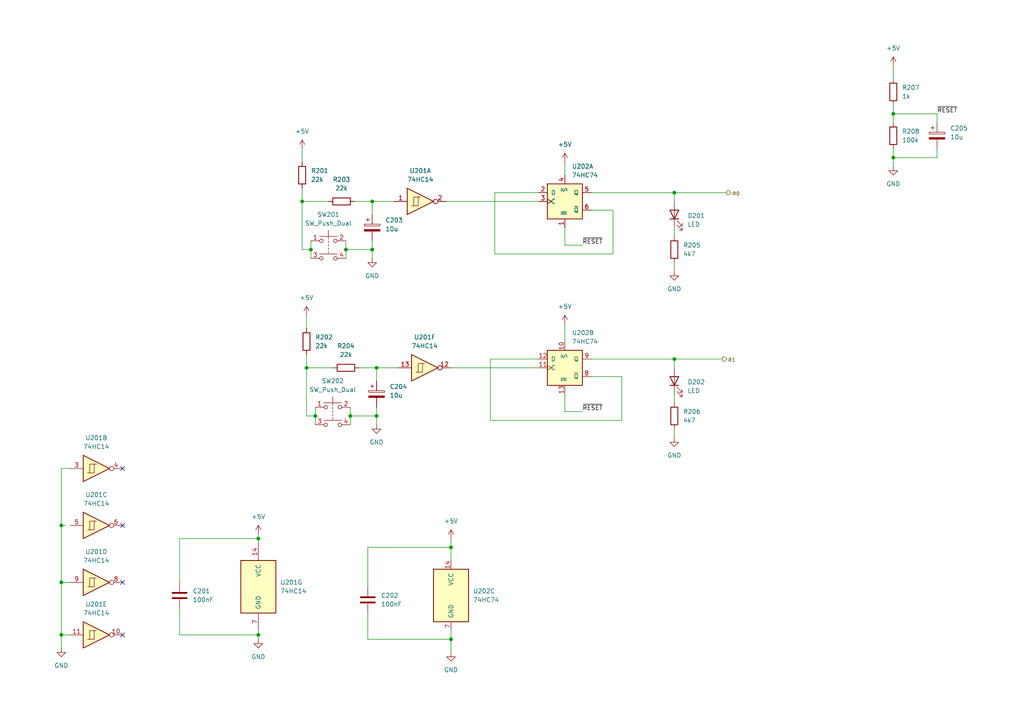
<source format=kicad_sch>
(kicad_sch (version 20211123) (generator eeschema)
  (paper "A4")
  (lib_symbols
    (symbol "74xx:74HC14" (pin_names (offset 1.016))
      (property "Reference" "U" (at 0 1.27 0))
      (property "Value" "74HC14" (at 0 -1.27 0))
      (symbol "74HC14_1_0"
        (polyline (pts (xy -3.81 3.81) (xy -3.81 -3.81) (xy 3.81 0) (xy -3.81 3.81)) (stroke (width 0.254)) (fill (type background)))
        (pin input line (at -7.62 0 0) (length 3.81) (name "~") (number "1"))
        (pin output inverted (at 7.62 0 180) (length 3.81) (name "~") (number "2"))
      )
      (symbol "74HC14_1_1"
        (polyline (pts (xy -1.905 -1.27) (xy -1.905 1.27) (xy -0.635 1.27)))
        (polyline (pts (xy -2.54 -1.27) (xy -0.635 -1.27) (xy -0.635 1.27) (xy 0 1.27)))
      )
      (symbol "74HC14_2_0"
        (polyline (pts (xy -3.81 3.81) (xy -3.81 -3.81) (xy 3.81 0) (xy -3.81 3.81)) (stroke (width 0.254)) (fill (type background)))
        (pin input line (at -7.62 0 0) (length 3.81) (name "~") (number "3"))
        (pin output inverted (at 7.62 0 180) (length 3.81) (name "~") (number "4"))
      )
      (symbol "74HC14_2_1"
        (polyline (pts (xy -1.905 -1.27) (xy -1.905 1.27) (xy -0.635 1.27)))
        (polyline (pts (xy -2.54 -1.27) (xy -0.635 -1.27) (xy -0.635 1.27) (xy 0 1.27)))
      )
      (symbol "74HC14_3_0"
        (polyline (pts (xy -3.81 3.81) (xy -3.81 -3.81) (xy 3.81 0) (xy -3.81 3.81)) (stroke (width 0.254)) (fill (type background)))
        (pin input line (at -7.62 0 0) (length 3.81) (name "~") (number "5"))
        (pin output inverted (at 7.62 0 180) (length 3.81) (name "~") (number "6"))
      )
      (symbol "74HC14_3_1"
        (polyline (pts (xy -1.905 -1.27) (xy -1.905 1.27) (xy -0.635 1.27)))
        (polyline (pts (xy -2.54 -1.27) (xy -0.635 -1.27) (xy -0.635 1.27) (xy 0 1.27)))
      )
      (symbol "74HC14_4_0"
        (polyline (pts (xy -3.81 3.81) (xy -3.81 -3.81) (xy 3.81 0) (xy -3.81 3.81)) (stroke (width 0.254)) (fill (type background)))
        (pin output inverted (at 7.62 0 180) (length 3.81) (name "~") (number "8"))
        (pin input line (at -7.62 0 0) (length 3.81) (name "~") (number "9"))
      )
      (symbol "74HC14_4_1"
        (polyline (pts (xy -1.905 -1.27) (xy -1.905 1.27) (xy -0.635 1.27)))
        (polyline (pts (xy -2.54 -1.27) (xy -0.635 -1.27) (xy -0.635 1.27) (xy 0 1.27)))
      )
      (symbol "74HC14_5_0"
        (polyline (pts (xy -3.81 3.81) (xy -3.81 -3.81) (xy 3.81 0) (xy -3.81 3.81)) (stroke (width 0.254)) (fill (type background)))
        (pin output inverted (at 7.62 0 180) (length 3.81) (name "~") (number "10"))
        (pin input line (at -7.62 0 0) (length 3.81) (name "~") (number "11"))
      )
      (symbol "74HC14_5_1"
        (polyline (pts (xy -1.905 -1.27) (xy -1.905 1.27) (xy -0.635 1.27)))
        (polyline (pts (xy -2.54 -1.27) (xy -0.635 -1.27) (xy -0.635 1.27) (xy 0 1.27)))
      )
      (symbol "74HC14_6_0"
        (polyline (pts (xy -3.81 3.81) (xy -3.81 -3.81) (xy 3.81 0) (xy -3.81 3.81)) (stroke (width 0.254)) (fill (type background)))
        (pin output inverted (at 7.62 0 180) (length 3.81) (name "~") (number "12"))
        (pin input line (at -7.62 0 0) (length 3.81) (name "~") (number "13"))
      )
      (symbol "74HC14_6_1"
        (polyline (pts (xy -1.905 -1.27) (xy -1.905 1.27) (xy -0.635 1.27)))
        (polyline (pts (xy -2.54 -1.27) (xy -0.635 -1.27) (xy -0.635 1.27) (xy 0 1.27)))
      )
      (symbol "74HC14_7_0"
        (pin power_in line (at 0 12.7 270) (length 5.08) (name "VCC") (number "14"))
        (pin power_in line (at 0 -12.7 90) (length 5.08) (name "GND") (number "7"))
      )
      (symbol "74HC14_7_1"
        (rectangle (start -5.08 7.62) (end 5.08 -7.62) (stroke (width 0.254)) (fill (type background)))
      )
    )
    (symbol "74xx:74HC74" (pin_names (offset 1.016))
      (property "Reference" "U" (at -7.62 8.89 0))
      (property "Value" "74HC74" (at -7.62 -8.89 0))
      (symbol "74HC74_1_0"
        (pin input line (at 0 -7.62 90) (length 2.54) (name "~{R}") (number "1"))
        (pin input line (at -7.62 2.54 0) (length 2.54) (name "D") (number "2"))
        (pin input clock (at -7.62 0 0) (length 2.54) (name "C") (number "3"))
        (pin input line (at 0 7.62 270) (length 2.54) (name "~{S}") (number "4"))
        (pin output line (at 7.62 2.54 180) (length 2.54) (name "Q") (number "5"))
        (pin output line (at 7.62 -2.54 180) (length 2.54) (name "~{Q}") (number "6"))
      )
      (symbol "74HC74_1_1"
        (rectangle (start -5.08 5.08) (end 5.08 -5.08) (stroke (width 0.254)) (fill (type background)))
      )
      (symbol "74HC74_2_0"
        (pin input line (at 0 7.62 270) (length 2.54) (name "~{S}") (number "10"))
        (pin input clock (at -7.62 0 0) (length 2.54) (name "C") (number "11"))
        (pin input line (at -7.62 2.54 0) (length 2.54) (name "D") (number "12"))
        (pin input line (at 0 -7.62 90) (length 2.54) (name "~{R}") (number "13"))
        (pin output line (at 7.62 -2.54 180) (length 2.54) (name "~{Q}") (number "8"))
        (pin output line (at 7.62 2.54 180) (length 2.54) (name "Q") (number "9"))
      )
      (symbol "74HC74_2_1"
        (rectangle (start -5.08 5.08) (end 5.08 -5.08) (stroke (width 0.254)) (fill (type background)))
      )
      (symbol "74HC74_3_0"
        (pin power_in line (at 0 10.16 270) (length 2.54) (name "VCC") (number "14"))
        (pin power_in line (at 0 -10.16 90) (length 2.54) (name "GND") (number "7"))
      )
      (symbol "74HC74_3_1"
        (rectangle (start -5.08 7.62) (end 5.08 -7.62) (stroke (width 0.254)) (fill (type background)))
      )
    )
    (symbol "Device:C" (pin_numbers hide) (pin_names (offset 0.254))
      (property "Reference" "C" (at 0.635 2.54 0))
      (property "Value" "C" (at 0.635 -2.54 0))
      (symbol "C_0_1"
        (polyline (pts (xy -2.032 -0.762) (xy 2.032 -0.762)) (stroke (width 0.508)))
        (polyline (pts (xy -2.032 0.762) (xy 2.032 0.762)) (stroke (width 0.508)))
      )
      (symbol "C_1_1"
        (pin passive line (at 0 3.81 270) (length 2.794) (name "~") (number "1"))
        (pin passive line (at 0 -3.81 90) (length 2.794) (name "~") (number "2"))
      )
    )
    (symbol "Device:C_Polarized" (pin_numbers hide) (pin_names (offset 0.254))
      (property "Reference" "C" (at 0.635 2.54 0))
      (property "Value" "C_Polarized" (at 0.635 -2.54 0))
      (symbol "C_Polarized_0_1"
        (rectangle (start -2.286 0.508) (end 2.286 1.016))
        (polyline (pts (xy -1.778 2.286) (xy -0.762 2.286)))
        (polyline (pts (xy -1.27 2.794) (xy -1.27 1.778)))
        (rectangle (start 2.286 -0.508) (end -2.286 -1.016) (fill (type outline)))
      )
      (symbol "C_Polarized_1_1"
        (pin passive line (at 0 3.81 270) (length 2.794) (name "~") (number "1"))
        (pin passive line (at 0 -3.81 90) (length 2.794) (name "~") (number "2"))
      )
    )
    (symbol "Device:LED" (pin_numbers hide) (pin_names (offset 1.016) hide)
      (property "Reference" "D" (at 0 2.54 0))
      (property "Value" "LED" (at 0 -2.54 0))
      (symbol "LED_0_1"
        (polyline (pts (xy -1.27 -1.27) (xy -1.27 1.27)) (stroke (width 0.254)))
        (polyline (pts (xy -1.27 0) (xy 1.27 0)))
        (polyline (pts (xy 1.27 -1.27) (xy 1.27 1.27) (xy -1.27 0) (xy 1.27 -1.27)) (stroke (width 0.254)))
        (polyline (pts (xy -3.048 -0.762) (xy -4.572 -2.286) (xy -3.81 -2.286) (xy -4.572 -2.286) (xy -4.572 -1.524)))
        (polyline (pts (xy -1.778 -0.762) (xy -3.302 -2.286) (xy -2.54 -2.286) (xy -3.302 -2.286) (xy -3.302 -1.524)))
      )
      (symbol "LED_1_1"
        (pin passive line (at -3.81 0 0) (length 2.54) (name "K") (number "1"))
        (pin passive line (at 3.81 0 180) (length 2.54) (name "A") (number "2"))
      )
    )
    (symbol "Device:R" (pin_numbers hide) (pin_names (offset 0))
      (property "Reference" "R" (at 2.032 0 90))
      (property "Value" "R" (at 0 0 90))
      (symbol "R_0_1"
        (rectangle (start -1.016 -2.54) (end 1.016 2.54) (stroke (width 0.254)))
      )
      (symbol "R_1_1"
        (pin passive line (at 0 3.81 270) (length 1.27) (name "~") (number "1"))
        (pin passive line (at 0 -3.81 90) (length 1.27) (name "~") (number "2"))
      )
    )
    (symbol "Switch:SW_Push_Dual" (pin_names (offset 1.016) hide)
      (property "Reference" "SW" (at 1.27 2.54 0))
      (property "Value" "SW_Push_Dual" (at 0 -6.858 0))
      (symbol "SW_Push_Dual_0_1"
        (circle (center -2.032 -5.08) (radius 0.508))
        (circle (center -2.032 0) (radius 0.508))
        (polyline (pts (xy 0 -3.048) (xy 0 -3.556)))
        (polyline (pts (xy 0 -2.032) (xy 0 -2.54)))
        (polyline (pts (xy 0 -1.524) (xy 0 -1.016)))
        (polyline (pts (xy 0 -0.508) (xy 0 0)))
        (polyline (pts (xy 0 0.508) (xy 0 1.016)))
        (polyline (pts (xy 0 1.27) (xy 0 3.048)))
        (polyline (pts (xy 2.54 -3.81) (xy -2.54 -3.81)))
        (polyline (pts (xy 2.54 1.27) (xy -2.54 1.27)))
        (circle (center 2.032 -5.08) (radius 0.508))
        (circle (center 2.032 0) (radius 0.508))
        (pin passive line (at -5.08 0 0) (length 2.54) (name "1") (number "1"))
        (pin passive line (at 5.08 0 180) (length 2.54) (name "2") (number "2"))
        (pin passive line (at -5.08 -5.08 0) (length 2.54) (name "3") (number "3"))
        (pin passive line (at 5.08 -5.08 180) (length 2.54) (name "4") (number "4"))
      )
    )
    (symbol "power:+5V" (power) (pin_names (offset 0))
      (property "Value" "+5V" (at 0 3.556 0))
      (symbol "+5V_0_1"
        (polyline (pts (xy -0.762 1.27) (xy 0 2.54)))
        (polyline (pts (xy 0 0) (xy 0 2.54)))
        (polyline (pts (xy 0 2.54) (xy 0.762 1.27)))
      )
      (symbol "+5V_1_1"
        (pin power_in line (at 0 0 90) (length 0) hide (name "+5V") (number "1"))
      )
    )
    (symbol "power:GND" (power) (pin_names (offset 0))
      (property "Value" "GND" (at 0 -3.81 0))
      (symbol "GND_0_1"
        (polyline (pts (xy 0 0) (xy 0 -1.27) (xy 1.27 -1.27) (xy 0 -2.54) (xy -1.27 -1.27) (xy 0 -1.27)))
      )
      (symbol "GND_1_1"
        (pin power_in line (at 0 0 270) (length 0) hide (name "GND") (number "1"))
      )
    )
  )
  (junction (at 195.58 55.88))
  (junction (at 100.33 72.39))
  (junction (at 74.93 156.21))
  (junction (at 195.58 104.14))
  (junction (at 17.78 152.4))
  (junction (at 109.22 120.65))
  (junction (at 17.78 168.91))
  (junction (at 109.22 106.68))
  (junction (at 87.63 58.42))
  (junction (at 259.08 33.02))
  (junction (at 130.81 158.75))
  (junction (at 88.9 106.68))
  (junction (at 107.95 58.42))
  (junction (at 74.93 184.15))
  (junction (at 17.78 184.15))
  (junction (at 90.17 72.39))
  (junction (at 101.6 120.65))
  (junction (at 107.95 72.39))
  (junction (at 130.81 185.42))
  (junction (at 259.08 45.72))
  (junction (at 91.44 120.65))
  (no_connect (at 35.56 135.89))
  (no_connect (at 35.56 184.15))
  (no_connect (at 35.56 168.91))
  (no_connect (at 35.56 152.4))
  (wire (pts (xy 129.54 58.42) (xy 156.21 58.42)))
  (wire (pts (xy 74.93 154.94) (xy 74.93 156.21)))
  (wire (pts (xy 195.58 104.14) (xy 195.58 106.68)))
  (wire (pts (xy 142.24 104.14) (xy 142.24 121.92)))
  (wire (pts (xy 259.08 45.72) (xy 271.78 45.72)))
  (wire (pts (xy 17.78 152.4) (xy 19.05 152.4)))
  (wire (pts (xy 88.9 102.87) (xy 88.9 106.68)))
  (wire (pts (xy 17.78 184.15) (xy 17.78 168.91)))
  (wire (pts (xy 130.81 182.88) (xy 130.81 185.42)))
  (wire (pts (xy 107.95 58.42) (xy 114.3 58.42)))
  (wire (pts (xy 88.9 106.68) (xy 96.52 106.68)))
  (wire (pts (xy 168.91 119.38) (xy 163.83 119.38)))
  (wire (pts (xy 259.08 33.02) (xy 259.08 35.56)))
  (wire (pts (xy 90.17 69.85) (xy 90.17 72.39)))
  (wire (pts (xy 163.83 71.12) (xy 168.91 71.12)))
  (wire (pts (xy 195.58 124.46) (xy 195.58 127)))
  (wire (pts (xy 271.78 33.02) (xy 271.78 35.56)))
  (wire (pts (xy 106.68 177.8) (xy 106.68 185.42)))
  (wire (pts (xy 177.8 73.66) (xy 177.8 60.96)))
  (wire (pts (xy 171.45 104.14) (xy 195.58 104.14)))
  (wire (pts (xy 17.78 152.4) (xy 17.78 135.89)))
  (wire (pts (xy 195.58 114.3) (xy 195.58 116.84)))
  (wire (pts (xy 87.63 54.61) (xy 87.63 58.42)))
  (wire (pts (xy 130.81 106.68) (xy 156.21 106.68)))
  (wire (pts (xy 195.58 55.88) (xy 210.82 55.88)))
  (wire (pts (xy 109.22 106.68) (xy 115.57 106.68)))
  (wire (pts (xy 17.78 168.91) (xy 20.32 168.91)))
  (wire (pts (xy 195.58 55.88) (xy 195.58 58.42)))
  (wire (pts (xy 17.78 184.15) (xy 20.32 184.15)))
  (wire (pts (xy 259.08 30.48) (xy 259.08 33.02)))
  (wire (pts (xy 52.07 176.53) (xy 52.07 184.15)))
  (wire (pts (xy 195.58 66.04) (xy 195.58 68.58)))
  (wire (pts (xy 104.14 106.68) (xy 109.22 106.68)))
  (wire (pts (xy 17.78 135.89) (xy 20.32 135.89)))
  (wire (pts (xy 163.83 66.04) (xy 163.83 71.12)))
  (wire (pts (xy 106.68 158.75) (xy 130.81 158.75)))
  (wire (pts (xy 74.93 184.15) (xy 74.93 185.42)))
  (wire (pts (xy 109.22 118.11) (xy 109.22 120.65)))
  (wire (pts (xy 74.93 156.21) (xy 74.93 157.48)))
  (wire (pts (xy 109.22 106.68) (xy 109.22 110.49)))
  (wire (pts (xy 87.63 58.42) (xy 95.25 58.42)))
  (wire (pts (xy 259.08 43.18) (xy 259.08 45.72)))
  (wire (pts (xy 107.95 72.39) (xy 107.95 74.93)))
  (wire (pts (xy 130.81 156.21) (xy 130.81 158.75)))
  (wire (pts (xy 90.17 72.39) (xy 90.17 74.93)))
  (wire (pts (xy 102.87 58.42) (xy 107.95 58.42)))
  (wire (pts (xy 52.07 184.15) (xy 74.93 184.15)))
  (wire (pts (xy 87.63 72.39) (xy 90.17 72.39)))
  (wire (pts (xy 163.83 46.99) (xy 163.83 50.8)))
  (wire (pts (xy 91.44 118.11) (xy 91.44 120.65)))
  (wire (pts (xy 195.58 104.14) (xy 209.55 104.14)))
  (wire (pts (xy 88.9 91.44) (xy 88.9 95.25)))
  (wire (pts (xy 91.44 120.65) (xy 91.44 123.19)))
  (wire (pts (xy 259.08 45.72) (xy 259.08 48.26)))
  (wire (pts (xy 143.51 55.88) (xy 143.51 73.66)))
  (wire (pts (xy 130.81 158.75) (xy 130.81 162.56)))
  (wire (pts (xy 106.68 185.42) (xy 130.81 185.42)))
  (wire (pts (xy 259.08 33.02) (xy 271.78 33.02)))
  (wire (pts (xy 74.93 184.15) (xy 74.93 182.88)))
  (wire (pts (xy 88.9 120.65) (xy 91.44 120.65)))
  (wire (pts (xy 195.58 76.2) (xy 195.58 78.74)))
  (wire (pts (xy 259.08 19.05) (xy 259.08 22.86)))
  (wire (pts (xy 271.78 45.72) (xy 271.78 43.18)))
  (wire (pts (xy 163.83 93.98) (xy 163.83 99.06)))
  (wire (pts (xy 107.95 69.85) (xy 107.95 72.39)))
  (wire (pts (xy 130.81 185.42) (xy 130.81 189.23)))
  (wire (pts (xy 106.68 170.18) (xy 106.68 158.75)))
  (wire (pts (xy 107.95 58.42) (xy 107.95 62.23)))
  (wire (pts (xy 177.8 60.96) (xy 171.45 60.96)))
  (wire (pts (xy 100.33 72.39) (xy 107.95 72.39)))
  (wire (pts (xy 101.6 120.65) (xy 109.22 120.65)))
  (wire (pts (xy 52.07 156.21) (xy 52.07 168.91)))
  (wire (pts (xy 171.45 55.88) (xy 195.58 55.88)))
  (wire (pts (xy 100.33 69.85) (xy 100.33 72.39)))
  (wire (pts (xy 100.33 72.39) (xy 100.33 74.93)))
  (wire (pts (xy 156.21 55.88) (xy 143.51 55.88)))
  (wire (pts (xy 142.24 121.92) (xy 180.34 121.92)))
  (wire (pts (xy 180.34 121.92) (xy 180.34 109.22)))
  (wire (pts (xy 143.51 73.66) (xy 177.8 73.66)))
  (wire (pts (xy 87.63 43.18) (xy 87.63 46.99)))
  (wire (pts (xy 101.6 120.65) (xy 101.6 123.19)))
  (wire (pts (xy 17.78 168.91) (xy 17.78 152.4)))
  (wire (pts (xy 156.21 104.14) (xy 142.24 104.14)))
  (wire (pts (xy 74.93 156.21) (xy 52.07 156.21)))
  (wire (pts (xy 88.9 106.68) (xy 88.9 120.65)))
  (wire (pts (xy 109.22 120.65) (xy 109.22 123.19)))
  (wire (pts (xy 163.83 119.38) (xy 163.83 114.3)))
  (wire (pts (xy 180.34 109.22) (xy 171.45 109.22)))
  (wire (pts (xy 87.63 58.42) (xy 87.63 72.39)))
  (wire (pts (xy 17.78 187.96) (xy 17.78 184.15)))
  (wire (pts (xy 101.6 118.11) (xy 101.6 120.65)))
  (label "~{RESET}" (at 271.78 33.02 0))
  (label "~{RESET}" (at 168.91 119.38 0))
  (label "~{RESET}" (at 168.91 71.12 0))
  (hierarchical_label "a_{0}" (shape output) (at 210.82 55.88 0))
  (hierarchical_label "a_{1}" (shape output) (at 209.55 104.14 0))
  (symbol (lib_id "power:GND") (at 74.93 185.42 0) (unit 1)
    (property "Reference" "#PWR0203" (effects hide))
    (property "Value" "GND" (at 74.93 190.5 0))
  )
  (symbol (lib_id "Device:C") (at 106.68 173.99 180) (unit 1)
    (property "Reference" "C202" (at 110.49 172.7199 0) (effects (justify right)))
    (property "Value" "100nF" (at 110.49 175.2599 0) (effects (justify right)))
    (property "Footprint" "Capacitor_THT:C_Disc_D5.0mm_W2.5mm_P5.00mm" (effects hide))
  )
  (symbol (lib_id "74xx:74HC14") (at 74.93 170.18 0) (unit 7)
    (property "Reference" "U201" (at 81.28 168.9099 0) (effects (justify left)))
    (property "Value" "74HC14" (at 81.28 171.4499 0) (effects (justify left)))
    (property "Datasheet" "http://www.ti.com/lit/gpn/sn74HC14" (effects hide))
  )
  (symbol (lib_id "Device:C_Polarized") (at 271.78 39.37 0) (unit 1)
    (property "Reference" "C205" (at 275.59 37.2109 0) (effects (justify left)))
    (property "Value" "10u" (at 275.59 39.7509 0) (effects (justify left)))
  )
  (symbol (lib_id "power:+5V") (at 87.63 43.18 0) (unit 1)
    (property "Reference" "#PWR0204" (effects hide))
    (property "Value" "+5V" (at 87.63 38.1 0))
  )
  (symbol (lib_id "Device:R") (at 195.58 120.65 0) (unit 1)
    (property "Reference" "R206" (at 198.12 119.3799 0) (effects (justify left)))
    (property "Value" "4k7" (at 198.12 121.9199 0) (effects (justify left)))
    (property "Footprint" "Resistor_THT:R_Axial_DIN0207_L6.3mm_D2.5mm_P7.62mm_Horizontal" (effects hide))
  )
  (symbol (lib_id "74xx:74HC14") (at 121.92 58.42 0) (unit 1)
    (property "Reference" "U201" (at 121.92 49.53 0))
    (property "Value" "74HC14" (at 121.92 52.07 0))
    (property "Footprint" "Package_DIP:DIP-14_W7.62mm_Socket" (effects hide))
    (property "Datasheet" "http://www.ti.com/lit/gpn/sn74HC14" (effects hide))
  )
  (symbol (lib_id "power:GND") (at 109.22 123.19 0) (unit 1)
    (property "Reference" "#PWR0207" (effects hide))
    (property "Value" "GND" (at 109.22 128.27 0))
  )
  (symbol (lib_id "74xx:74HC74") (at 163.83 106.68 0) (unit 2)
    (property "Reference" "U202" (at 165.8494 96.52 0) (effects (justify left)))
    (property "Value" "74HC74" (at 165.8494 99.06 0) (effects (justify left)))
    (property "Footprint" "Package_DIP:DIP-14_W7.62mm_Socket" (effects hide))
    (property "Datasheet" "74xx/74hc_hct74.pdf" (effects hide))
  )
  (symbol (lib_id "power:+5V") (at 88.9 91.44 0) (unit 1)
    (property "Reference" "#PWR0205" (effects hide))
    (property "Value" "+5V" (at 88.9 86.36 0))
  )
  (symbol (lib_id "power:GND") (at 130.81 189.23 0) (unit 1)
    (property "Reference" "#PWR0209" (effects hide))
    (property "Value" "GND" (at 130.81 194.31 0))
  )
  (symbol (lib_id "power:+5V") (at 163.83 93.98 0) (unit 1)
    (property "Reference" "#PWR0211" (effects hide))
    (property "Value" "+5V" (at 163.83 88.9 0))
  )
  (symbol (lib_id "Switch:SW_Push_Dual") (at 95.25 69.85 0) (unit 1)
    (property "Reference" "SW201" (at 95.25 62.23 0))
    (property "Value" "SW_Push_Dual" (at 95.25 64.77 0))
    (property "Footprint" "Button_Switch_THT:SW_PUSH_6mm_H4.3mm" (effects hide))
  )
  (symbol (lib_id "74xx:74HC14") (at 27.94 135.89 0) (unit 2)
    (property "Reference" "U201" (at 27.94 127 0))
    (property "Value" "74HC14" (at 27.94 129.54 0))
    (property "Datasheet" "http://www.ti.com/lit/gpn/sn74HC14" (effects hide))
  )
  (symbol (lib_id "Device:R") (at 195.58 72.39 0) (unit 1)
    (property "Reference" "R205" (at 198.12 71.1199 0) (effects (justify left)))
    (property "Value" "4k7" (at 198.12 73.6599 0) (effects (justify left)))
    (property "Footprint" "Resistor_THT:R_Axial_DIN0207_L6.3mm_D2.5mm_P7.62mm_Horizontal" (effects hide))
  )
  (symbol (lib_id "Device:LED") (at 195.58 62.23 90) (unit 1)
    (property "Reference" "D201" (at 199.39 62.5474 90) (effects (justify right)))
    (property "Value" "LED" (at 199.39 65.0874 90) (effects (justify right)))
    (property "Footprint" "LED_THT:LED_D5.0mm" (effects hide))
  )
  (symbol (lib_id "74xx:74HC74") (at 130.81 172.72 0) (unit 3)
    (property "Reference" "U202" (at 137.16 171.4499 0) (effects (justify left)))
    (property "Value" "74HC74" (at 137.16 173.9899 0) (effects (justify left)))
    (property "Footprint" "Package_DIP:DIP-14_W7.62mm_Socket" (effects hide))
    (property "Datasheet" "74xx/74hc_hct74.pdf" (effects hide))
  )
  (symbol (lib_id "power:GND") (at 259.08 48.26 0) (unit 1)
    (property "Reference" "#PWR0215" (effects hide))
    (property "Value" "GND" (at 259.08 53.34 0))
  )
  (symbol (lib_id "Device:R") (at 88.9 99.06 0) (unit 1)
    (property "Reference" "R202" (at 91.44 97.7899 0) (effects (justify left)))
    (property "Value" "22k" (at 91.44 100.3299 0) (effects (justify left)))
    (property "Footprint" "Resistor_THT:R_Axial_DIN0207_L6.3mm_D2.5mm_P7.62mm_Horizontal" (effects hide))
  )
  (symbol (lib_id "power:+5V") (at 130.81 156.21 0) (unit 1)
    (property "Reference" "#PWR0208" (effects hide))
    (property "Value" "+5V" (at 130.81 151.13 0))
  )
  (symbol (lib_id "74xx:74HC74") (at 163.83 58.42 0) (unit 1)
    (property "Reference" "U202" (at 165.8494 48.26 0) (effects (justify left)))
    (property "Value" "74HC74" (at 165.8494 50.8 0) (effects (justify left)))
    (property "Footprint" "Package_DIP:DIP-14_W7.62mm_Socket" (effects hide))
    (property "Datasheet" "74xx/74hc_hct74.pdf" (effects hide))
  )
  (symbol (lib_id "Device:C") (at 52.07 172.72 180) (unit 1)
    (property "Reference" "C201" (at 55.88 171.4499 0) (effects (justify right)))
    (property "Value" "100nF" (at 55.88 173.9899 0) (effects (justify right)))
    (property "Footprint" "Capacitor_THT:C_Disc_D5.0mm_W2.5mm_P5.00mm" (effects hide))
  )
  (symbol (lib_id "Device:R") (at 99.06 58.42 90) (unit 1)
    (property "Reference" "R203" (at 99.06 52.07 90))
    (property "Value" "22k" (at 99.06 54.61 90))
    (property "Footprint" "Resistor_THT:R_Axial_DIN0207_L6.3mm_D2.5mm_P7.62mm_Horizontal" (effects hide))
  )
  (symbol (lib_id "Device:C_Polarized") (at 109.22 114.3 0) (unit 1)
    (property "Reference" "C204" (at 113.03 112.1409 0) (effects (justify left)))
    (property "Value" "10u" (at 113.03 114.6809 0) (effects (justify left)))
    (property "Footprint" "Capacitor_THT:CP_Radial_D4.0mm_P1.50mm" (effects hide))
  )
  (symbol (lib_id "Device:C_Polarized") (at 107.95 66.04 0) (unit 1)
    (property "Reference" "C203" (at 111.76 63.8809 0) (effects (justify left)))
    (property "Value" "10u" (at 111.76 66.4209 0) (effects (justify left)))
    (property "Footprint" "Capacitor_THT:CP_Radial_D4.0mm_P1.50mm" (effects hide))
  )
  (symbol (lib_id "74xx:74HC14") (at 27.94 184.15 0) (unit 5)
    (property "Reference" "U201" (at 27.94 175.26 0))
    (property "Value" "74HC14" (at 27.94 177.8 0))
    (property "Datasheet" "http://www.ti.com/lit/gpn/sn74HC14" (effects hide))
  )
  (symbol (lib_id "Device:R") (at 259.08 39.37 0) (unit 1)
    (property "Reference" "R208" (at 261.62 38.0999 0) (effects (justify left)))
    (property "Value" "100k" (at 261.62 40.6399 0) (effects (justify left)))
    (property "Footprint" "Resistor_THT:R_Axial_DIN0207_L6.3mm_D2.5mm_P7.62mm_Horizontal" (effects hide))
  )
  (symbol (lib_id "Device:R") (at 87.63 50.8 0) (unit 1)
    (property "Reference" "R201" (at 90.17 49.5299 0) (effects (justify left)))
    (property "Value" "22k" (at 90.17 52.0699 0) (effects (justify left)))
    (property "Footprint" "Resistor_THT:R_Axial_DIN0207_L6.3mm_D2.5mm_P7.62mm_Horizontal" (effects hide))
  )
  (symbol (lib_id "74xx:74HC14") (at 123.19 106.68 0) (unit 6)
    (property "Reference" "U201" (at 123.19 97.79 0))
    (property "Value" "74HC14" (at 123.19 100.33 0))
    (property "Datasheet" "http://www.ti.com/lit/gpn/sn74HC14" (effects hide))
  )
  (symbol (lib_id "power:GND") (at 195.58 78.74 0) (unit 1)
    (property "Reference" "#PWR0212" (effects hide))
    (property "Value" "GND" (at 195.58 83.82 0))
  )
  (symbol (lib_id "Device:LED") (at 195.58 110.49 90) (unit 1)
    (property "Reference" "D202" (at 199.39 110.8074 90) (effects (justify right)))
    (property "Value" "LED" (at 199.39 113.3474 90) (effects (justify right)))
    (property "Footprint" "LED_THT:LED_D5.0mm" (effects hide))
  )
  (symbol (lib_id "power:+5V") (at 163.83 46.99 0) (unit 1)
    (property "Reference" "#PWR0210" (effects hide))
    (property "Value" "+5V" (at 163.83 41.91 0))
  )
  (symbol (lib_id "Device:R") (at 100.33 106.68 90) (unit 1)
    (property "Reference" "R204" (at 100.33 100.33 90))
    (property "Value" "22k" (at 100.33 102.87 90))
    (property "Footprint" "Resistor_THT:R_Axial_DIN0207_L6.3mm_D2.5mm_P7.62mm_Horizontal" (effects hide))
  )
  (symbol (lib_id "Switch:SW_Push_Dual") (at 96.52 118.11 0) (unit 1)
    (property "Reference" "SW202" (at 96.52 110.49 0))
    (property "Value" "SW_Push_Dual" (at 96.52 113.03 0))
    (property "Footprint" "Button_Switch_THT:SW_PUSH_6mm_H4.3mm" (effects hide))
  )
  (symbol (lib_id "74xx:74HC14") (at 27.94 152.4 0) (unit 3)
    (property "Reference" "U201" (at 27.94 143.51 0))
    (property "Value" "74HC14" (at 27.94 146.05 0))
    (property "Datasheet" "http://www.ti.com/lit/gpn/sn74HC14" (effects hide))
  )
  (symbol (lib_id "power:+5V") (at 259.08 19.05 0) (unit 1)
    (property "Reference" "#PWR0214" (effects hide))
    (property "Value" "+5V" (at 259.08 13.97 0))
  )
  (symbol (lib_id "power:GND") (at 17.78 187.96 0) (unit 1)
    (property "Reference" "#PWR0201" (effects hide))
    (property "Value" "GND" (at 17.78 193.04 0))
  )
  (symbol (lib_id "power:+5V") (at 74.93 154.94 0) (unit 1)
    (property "Reference" "#PWR0202" (effects hide))
    (property "Value" "+5V" (at 74.93 149.86 0))
  )
  (symbol (lib_id "power:GND") (at 107.95 74.93 0) (unit 1)
    (property "Reference" "#PWR0206" (effects hide))
    (property "Value" "GND" (at 107.95 80.01 0))
  )
  (symbol (lib_id "74xx:74HC14") (at 27.94 168.91 0) (unit 4)
    (property "Reference" "U201" (at 27.94 160.02 0))
    (property "Value" "74HC14" (at 27.94 162.56 0))
    (property "Datasheet" "http://www.ti.com/lit/gpn/sn74HC14" (effects hide))
  )
  (symbol (lib_id "power:GND") (at 195.58 127 0) (unit 1)
    (property "Reference" "#PWR0213" (effects hide))
    (property "Value" "GND" (at 195.58 132.08 0))
  )
  (symbol (lib_id "Device:R") (at 259.08 26.67 0) (unit 1)
    (property "Reference" "R207" (at 261.62 25.3999 0) (effects (justify left)))
    (property "Value" "1k" (at 261.62 27.9399 0) (effects (justify left)))
    (property "Footprint" "Resistor_THT:R_Axial_DIN0207_L6.3mm_D2.5mm_P7.62mm_Horizontal" (effects hide))
  )
)
</source>
